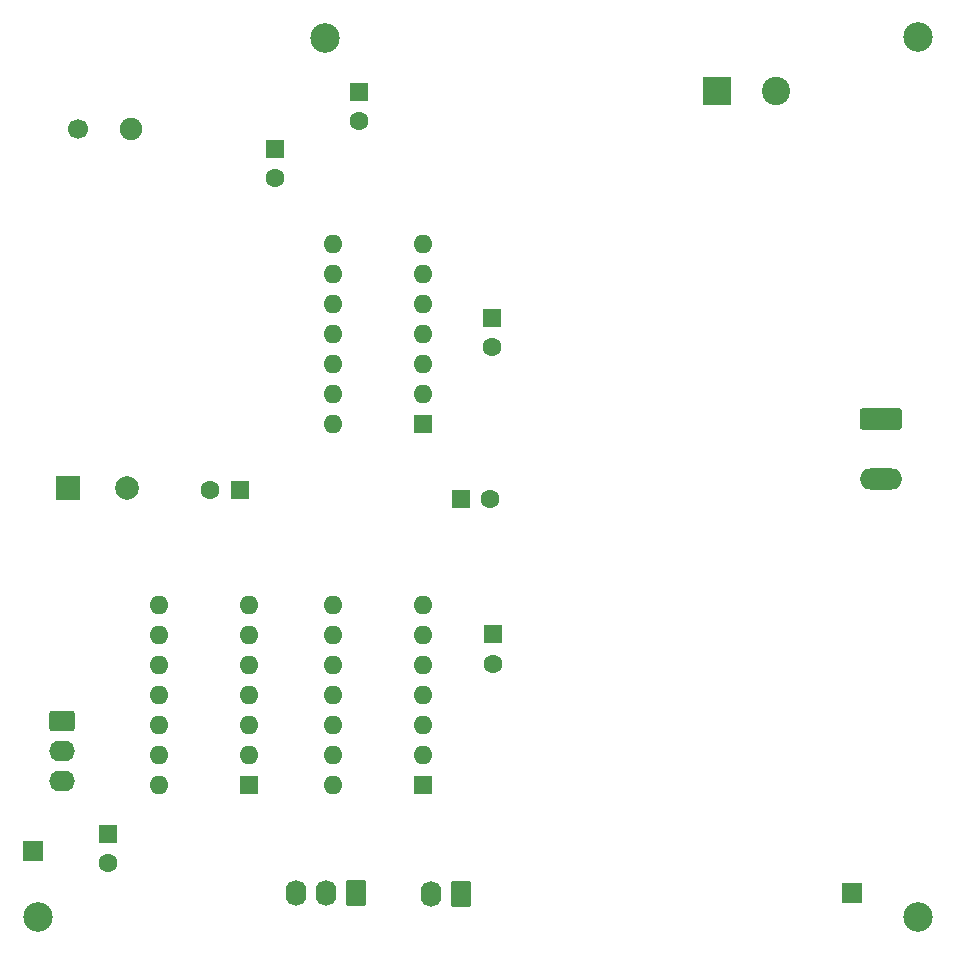
<source format=gbs>
%TF.GenerationSoftware,KiCad,Pcbnew,(6.0.1)*%
%TF.CreationDate,2022-11-04T14:47:35-07:00*%
%TF.ProjectId,TxRev3a,54785265-7633-4612-9e6b-696361645f70,rev?*%
%TF.SameCoordinates,Original*%
%TF.FileFunction,Soldermask,Bot*%
%TF.FilePolarity,Negative*%
%FSLAX46Y46*%
G04 Gerber Fmt 4.6, Leading zero omitted, Abs format (unit mm)*
G04 Created by KiCad (PCBNEW (6.0.1)) date 2022-11-04 14:47:35*
%MOMM*%
%LPD*%
G01*
G04 APERTURE LIST*
G04 Aperture macros list*
%AMRoundRect*
0 Rectangle with rounded corners*
0 $1 Rounding radius*
0 $2 $3 $4 $5 $6 $7 $8 $9 X,Y pos of 4 corners*
0 Add a 4 corners polygon primitive as box body*
4,1,4,$2,$3,$4,$5,$6,$7,$8,$9,$2,$3,0*
0 Add four circle primitives for the rounded corners*
1,1,$1+$1,$2,$3*
1,1,$1+$1,$4,$5*
1,1,$1+$1,$6,$7*
1,1,$1+$1,$8,$9*
0 Add four rect primitives between the rounded corners*
20,1,$1+$1,$2,$3,$4,$5,0*
20,1,$1+$1,$4,$5,$6,$7,0*
20,1,$1+$1,$6,$7,$8,$9,0*
20,1,$1+$1,$8,$9,$2,$3,0*%
G04 Aperture macros list end*
%ADD10R,2.400000X2.400000*%
%ADD11C,2.400000*%
%ADD12R,1.600000X1.600000*%
%ADD13C,1.600000*%
%ADD14RoundRect,0.250000X0.620000X0.845000X-0.620000X0.845000X-0.620000X-0.845000X0.620000X-0.845000X0*%
%ADD15O,1.740000X2.190000*%
%ADD16R,2.000000X2.000000*%
%ADD17C,2.000000*%
%ADD18R,1.700000X1.700000*%
%ADD19C,2.500000*%
%ADD20O,1.600000X1.600000*%
%ADD21RoundRect,0.250000X-1.550000X0.650000X-1.550000X-0.650000X1.550000X-0.650000X1.550000X0.650000X0*%
%ADD22O,3.600000X1.800000*%
%ADD23RoundRect,0.250000X-0.845000X0.620000X-0.845000X-0.620000X0.845000X-0.620000X0.845000X0.620000X0*%
%ADD24O,2.190000X1.740000*%
%ADD25C,1.700000*%
%ADD26C,1.900000*%
G04 APERTURE END LIST*
D10*
%TO.C,C52*%
X187422785Y-54102000D03*
D11*
X192422785Y-54102000D03*
%TD*%
D12*
%TO.C,C9*%
X168475000Y-100140888D03*
D13*
X168475000Y-102640888D03*
%TD*%
D14*
%TO.C,SW1*%
X165735000Y-122154000D03*
D15*
X163195000Y-122154000D03*
%TD*%
D16*
%TO.C,C12*%
X132506323Y-87757000D03*
D17*
X137506323Y-87757000D03*
%TD*%
D18*
%TO.C,TP2*%
X198882000Y-122047000D03*
%TD*%
D12*
%TO.C,C13*%
X149987000Y-59015621D03*
D13*
X149987000Y-61515625D03*
%TD*%
D19*
%TO.C,H1*%
X204419200Y-49580800D03*
%TD*%
D12*
%TO.C,C1*%
X168348000Y-73343897D03*
D13*
X168348000Y-75843888D03*
%TD*%
D12*
%TO.C,C17*%
X135890000Y-117031897D03*
D13*
X135890000Y-119531888D03*
%TD*%
D12*
%TO.C,U2*%
X147818000Y-112879000D03*
D20*
X147818000Y-110339000D03*
X147818000Y-107799000D03*
X147818000Y-105259000D03*
X147818000Y-102719000D03*
X147818000Y-100179000D03*
X147818000Y-97639000D03*
X140198000Y-97639000D03*
X140198000Y-100179000D03*
X140198000Y-102719000D03*
X140198000Y-105259000D03*
X140198000Y-107799000D03*
X140198000Y-110339000D03*
X140198000Y-112879000D03*
%TD*%
D12*
%TO.C,U1*%
X162496000Y-82301000D03*
D20*
X162496000Y-79761000D03*
X162496000Y-77221000D03*
X162496000Y-74681000D03*
X162496000Y-72141000D03*
X162496000Y-69601000D03*
X162496000Y-67061000D03*
X154876000Y-67061000D03*
X154876000Y-69601000D03*
X154876000Y-72141000D03*
X154876000Y-74681000D03*
X154876000Y-77221000D03*
X154876000Y-79761000D03*
X154876000Y-82301000D03*
%TD*%
D21*
%TO.C,J2*%
X201314500Y-81932500D03*
D22*
X201314500Y-87012500D03*
%TD*%
D23*
%TO.C,J3*%
X131933000Y-107442000D03*
D24*
X131933010Y-109982000D03*
X131933000Y-112522000D03*
%TD*%
D19*
%TO.C,H2*%
X204419200Y-124104400D03*
%TD*%
%TO.C,H3*%
X129895600Y-124104400D03*
%TD*%
D25*
%TO.C,J4*%
X133285992Y-57322999D03*
D26*
X137785992Y-57322999D03*
%TD*%
D12*
%TO.C,C50*%
X147025995Y-87884000D03*
D13*
X144526000Y-87884000D03*
%TD*%
D18*
%TO.C,TP1*%
X129500000Y-118500000D03*
%TD*%
D12*
%TO.C,C2*%
X157099000Y-54189621D03*
D13*
X157099000Y-56689625D03*
%TD*%
D19*
%TO.C,H4*%
X154228800Y-49631600D03*
%TD*%
D12*
%TO.C,U3*%
X162550000Y-112908000D03*
D20*
X162550000Y-110368000D03*
X162550000Y-107828000D03*
X162550000Y-105288000D03*
X162549992Y-102748004D03*
X162549992Y-100208004D03*
X162550000Y-97668000D03*
X154930000Y-97668000D03*
X154929992Y-100208004D03*
X154930000Y-102748000D03*
X154929992Y-105288004D03*
X154930000Y-107828000D03*
X154930000Y-110368000D03*
X154930000Y-112908000D03*
%TD*%
D14*
%TO.C,J5*%
X156845000Y-122027010D03*
D15*
X154305000Y-122027000D03*
X151765000Y-122027000D03*
%TD*%
D12*
%TO.C,C16*%
X165735000Y-88646000D03*
D13*
X168235000Y-88646000D03*
%TD*%
M02*

</source>
